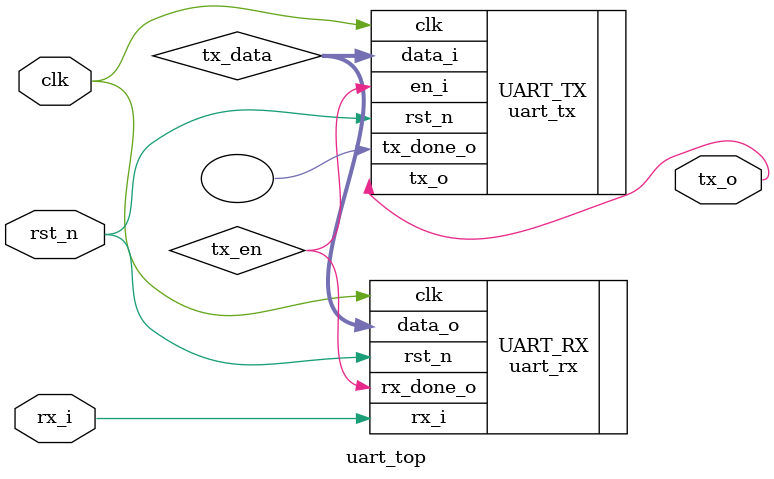
<source format=v>
`timescale 1ns / 1ps

module uart_top(
    input clk,
    input rst_n,
    input rx_i,    
    output tx_o
);

//-------------------------------------------------------------------------------
wire tx_en;
wire [7:0] tx_data;
        
//-------------------------------------------------------------------------------        
uart_rx UART_RX(
    .clk(clk),
    .rst_n(rst_n),
    .rx_i(rx_i),
    .data_o(tx_data),
    .rx_done_o(tx_en)
);

//-------------------------------------------------------------------------------       
uart_tx UART_TX(
    .clk(clk),
    .rst_n(rst_n),
    .en_i(tx_en),
    .data_i(tx_data),
    .tx_o(tx_o),    
    .tx_done_o()
);   

//-------------------------------------------------------------------------------
endmodule

</source>
